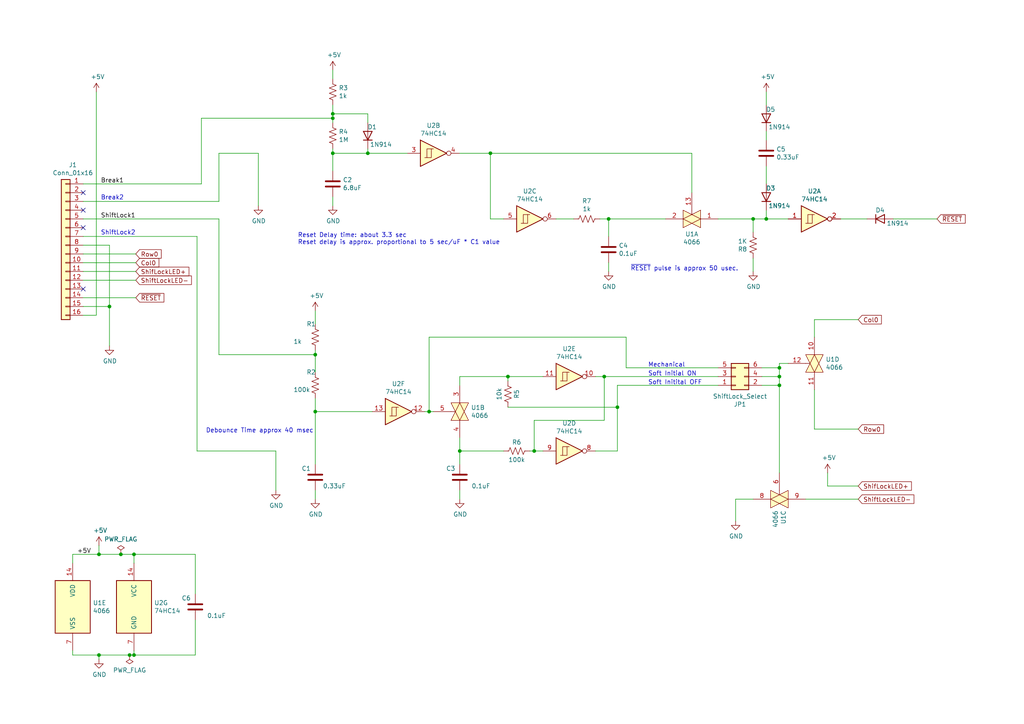
<source format=kicad_sch>
(kicad_sch (version 20211123) (generator eeschema)
  (paper "A4")
  (title_block (title "OSI ~RESET~ and SHIFTLOCK circuits") (date "2022-02-22") (rev "1.2"))
  (lib_symbols
    (symbol "4xxx:4066" (pin_names (offset 1.016))
      (property "Reference" "U" (at -7.62 8.89 0))
      (property "Value" "4066" (at -7.62 -8.89 0))
      (symbol "4066_1_0"
        (polyline (pts (xy 0 1.27) (xy 0 2.54)) (stroke (width 0.1524)))
        (polyline (pts (xy -2.54 0) (xy 2.54 2.54) (xy 2.54 -2.54) (xy -2.54 0)) (fill (type background)))
        (polyline (pts (xy -2.54 2.54) (xy 2.54 0) (xy -2.54 -2.54) (xy -2.54 2.54)) (fill (type background)))
        (pin passive line (at -7.62 0 0) (length 5.08) (name "~") (number "1"))
        (pin input line (at 0 7.62 270) (length 5.08) (name "~") (number "13"))
        (pin passive line (at 7.62 0 180) (length 5.08) (name "~") (number "2"))
      )
      (symbol "4066_2_0"
        (polyline (pts (xy 0 1.27) (xy 0 2.54)) (stroke (width 0.1524)))
        (polyline (pts (xy -2.54 0) (xy 2.54 2.54) (xy 2.54 -2.54) (xy -2.54 0)) (fill (type background)))
        (polyline (pts (xy -2.54 2.54) (xy 2.54 0) (xy -2.54 -2.54) (xy -2.54 2.54)) (fill (type background)))
        (pin passive line (at 7.62 0 180) (length 5.08) (name "~") (number "3"))
        (pin passive line (at -7.62 0 0) (length 5.08) (name "~") (number "4"))
        (pin input line (at 0 7.62 270) (length 5.08) (name "~") (number "5"))
      )
      (symbol "4066_3_0"
        (polyline (pts (xy 0 1.27) (xy 0 2.54)) (stroke (width 0.1524)))
        (polyline (pts (xy -2.54 0) (xy 2.54 2.54) (xy 2.54 -2.54) (xy -2.54 0)) (fill (type background)))
        (polyline (pts (xy -2.54 2.54) (xy 2.54 0) (xy -2.54 -2.54) (xy -2.54 2.54)) (fill (type background)))
        (pin input line (at 0 7.62 270) (length 5.08) (name "~") (number "6"))
        (pin passive line (at -7.62 0 0) (length 5.08) (name "~") (number "8"))
        (pin passive line (at 7.62 0 180) (length 5.08) (name "~") (number "9"))
      )
      (symbol "4066_4_0"
        (polyline (pts (xy 0 1.27) (xy 0 2.54)) (stroke (width 0.1524)))
        (polyline (pts (xy -2.54 0) (xy 2.54 2.54) (xy 2.54 -2.54) (xy -2.54 0)) (fill (type background)))
        (polyline (pts (xy -2.54 2.54) (xy 2.54 0) (xy -2.54 -2.54) (xy -2.54 2.54)) (fill (type background)))
        (pin passive line (at 7.62 0 180) (length 5.08) (name "~") (number "10"))
        (pin passive line (at -7.62 0 0) (length 5.08) (name "~") (number "11"))
        (pin input line (at 0 7.62 270) (length 5.08) (name "~") (number "12"))
      )
      (symbol "4066_5_0"
        (pin power_in line (at 0 12.7 270) (length 5.08) (name "VDD") (number "14"))
        (pin power_in line (at 0 -12.7 90) (length 5.08) (name "VSS") (number "7"))
      )
      (symbol "4066_5_1"
        (rectangle (start -5.08 7.62) (end 5.08 -7.62) (stroke (width 0.254)) (fill (type background)))
      )
    )
    (symbol "74xx:74HC14" (pin_names (offset 1.016))
      (property "Reference" "U" (at 0 1.27 0))
      (property "Value" "74HC14" (at 0 -1.27 0))
      (symbol "74HC14_1_0"
        (polyline (pts (xy -3.81 3.81) (xy -3.81 -3.81) (xy 3.81 0) (xy -3.81 3.81)) (stroke (width 0.254)) (fill (type background)))
        (pin input line (at -7.62 0 0) (length 3.81) (name "~") (number "1"))
        (pin output inverted (at 7.62 0 180) (length 3.81) (name "~") (number "2"))
      )
      (symbol "74HC14_1_1"
        (polyline (pts (xy -1.905 -1.27) (xy -1.905 1.27) (xy -0.635 1.27)))
        (polyline (pts (xy -2.54 -1.27) (xy -0.635 -1.27) (xy -0.635 1.27) (xy 0 1.27)))
      )
      (symbol "74HC14_2_0"
        (polyline (pts (xy -3.81 3.81) (xy -3.81 -3.81) (xy 3.81 0) (xy -3.81 3.81)) (stroke (width 0.254)) (fill (type background)))
        (pin input line (at -7.62 0 0) (length 3.81) (name "~") (number "3"))
        (pin output inverted (at 7.62 0 180) (length 3.81) (name "~") (number "4"))
      )
      (symbol "74HC14_2_1"
        (polyline (pts (xy -1.905 -1.27) (xy -1.905 1.27) (xy -0.635 1.27)))
        (polyline (pts (xy -2.54 -1.27) (xy -0.635 -1.27) (xy -0.635 1.27) (xy 0 1.27)))
      )
      (symbol "74HC14_3_0"
        (polyline (pts (xy -3.81 3.81) (xy -3.81 -3.81) (xy 3.81 0) (xy -3.81 3.81)) (stroke (width 0.254)) (fill (type background)))
        (pin input line (at -7.62 0 0) (length 3.81) (name "~") (number "5"))
        (pin output inverted (at 7.62 0 180) (length 3.81) (name "~") (number "6"))
      )
      (symbol "74HC14_3_1"
        (polyline (pts (xy -1.905 -1.27) (xy -1.905 1.27) (xy -0.635 1.27)))
        (polyline (pts (xy -2.54 -1.27) (xy -0.635 -1.27) (xy -0.635 1.27) (xy 0 1.27)))
      )
      (symbol "74HC14_4_0"
        (polyline (pts (xy -3.81 3.81) (xy -3.81 -3.81) (xy 3.81 0) (xy -3.81 3.81)) (stroke (width 0.254)) (fill (type background)))
        (pin output inverted (at 7.62 0 180) (length 3.81) (name "~") (number "8"))
        (pin input line (at -7.62 0 0) (length 3.81) (name "~") (number "9"))
      )
      (symbol "74HC14_4_1"
        (polyline (pts (xy -1.905 -1.27) (xy -1.905 1.27) (xy -0.635 1.27)))
        (polyline (pts (xy -2.54 -1.27) (xy -0.635 -1.27) (xy -0.635 1.27) (xy 0 1.27)))
      )
      (symbol "74HC14_5_0"
        (polyline (pts (xy -3.81 3.81) (xy -3.81 -3.81) (xy 3.81 0) (xy -3.81 3.81)) (stroke (width 0.254)) (fill (type background)))
        (pin output inverted (at 7.62 0 180) (length 3.81) (name "~") (number "10"))
        (pin input line (at -7.62 0 0) (length 3.81) (name "~") (number "11"))
      )
      (symbol "74HC14_5_1"
        (polyline (pts (xy -1.905 -1.27) (xy -1.905 1.27) (xy -0.635 1.27)))
        (polyline (pts (xy -2.54 -1.27) (xy -0.635 -1.27) (xy -0.635 1.27) (xy 0 1.27)))
      )
      (symbol "74HC14_6_0"
        (polyline (pts (xy -3.81 3.81) (xy -3.81 -3.81) (xy 3.81 0) (xy -3.81 3.81)) (stroke (width 0.254)) (fill (type background)))
        (pin output inverted (at 7.62 0 180) (length 3.81) (name "~") (number "12"))
        (pin input line (at -7.62 0 0) (length 3.81) (name "~") (number "13"))
      )
      (symbol "74HC14_6_1"
        (polyline (pts (xy -1.905 -1.27) (xy -1.905 1.27) (xy -0.635 1.27)))
        (polyline (pts (xy -2.54 -1.27) (xy -0.635 -1.27) (xy -0.635 1.27) (xy 0 1.27)))
      )
      (symbol "74HC14_7_0"
        (pin power_in line (at 0 12.7 270) (length 5.08) (name "VCC") (number "14"))
        (pin power_in line (at 0 -12.7 90) (length 5.08) (name "GND") (number "7"))
      )
      (symbol "74HC14_7_1"
        (rectangle (start -5.08 7.62) (end 5.08 -7.62) (stroke (width 0.254)) (fill (type background)))
      )
    )
    (symbol "74xx:74LS14" (pin_names (offset 1.016))
      (property "Reference" "U" (at 0 1.27 0))
      (property "Value" "74LS14" (at 0 -1.27 0))
      (symbol "74LS14_1_0"
        (polyline (pts (xy -3.81 3.81) (xy -3.81 -3.81) (xy 3.81 0) (xy -3.81 3.81)) (stroke (width 0.254)) (fill (type background)))
        (pin input line (at -7.62 0 0) (length 3.81) (name "~") (number "1"))
        (pin output inverted (at 7.62 0 180) (length 3.81) (name "~") (number "2"))
      )
      (symbol "74LS14_1_1"
        (polyline (pts (xy -1.905 -1.27) (xy -1.905 1.27) (xy -0.635 1.27)))
        (polyline (pts (xy -2.54 -1.27) (xy -0.635 -1.27) (xy -0.635 1.27) (xy 0 1.27)))
      )
      (symbol "74LS14_2_0"
        (polyline (pts (xy -3.81 3.81) (xy -3.81 -3.81) (xy 3.81 0) (xy -3.81 3.81)) (stroke (width 0.254)) (fill (type background)))
        (pin input line (at -7.62 0 0) (length 3.81) (name "~") (number "3"))
        (pin output inverted (at 7.62 0 180) (length 3.81) (name "~") (number "4"))
      )
      (symbol "74LS14_2_1"
        (polyline (pts (xy -1.905 -1.27) (xy -1.905 1.27) (xy -0.635 1.27)))
        (polyline (pts (xy -2.54 -1.27) (xy -0.635 -1.27) (xy -0.635 1.27) (xy 0 1.27)))
      )
      (symbol "74LS14_3_0"
        (polyline (pts (xy -3.81 3.81) (xy -3.81 -3.81) (xy 3.81 0) (xy -3.81 3.81)) (stroke (width 0.254)) (fill (type background)))
        (pin input line (at -7.62 0 0) (length 3.81) (name "~") (number "5"))
        (pin output inverted (at 7.62 0 180) (length 3.81) (name "~") (number "6"))
      )
      (symbol "74LS14_3_1"
        (polyline (pts (xy -1.905 -1.27) (xy -1.905 1.27) (xy -0.635 1.27)))
        (polyline (pts (xy -2.54 -1.27) (xy -0.635 -1.27) (xy -0.635 1.27) (xy 0 1.27)))
      )
      (symbol "74LS14_4_0"
        (polyline (pts (xy -3.81 3.81) (xy -3.81 -3.81) (xy 3.81 0) (xy -3.81 3.81)) (stroke (width 0.254)) (fill (type background)))
        (pin output inverted (at 7.62 0 180) (length 3.81) (name "~") (number "8"))
        (pin input line (at -7.62 0 0) (length 3.81) (name "~") (number "9"))
      )
      (symbol "74LS14_4_1"
        (polyline (pts (xy -1.905 -1.27) (xy -1.905 1.27) (xy -0.635 1.27)))
        (polyline (pts (xy -2.54 -1.27) (xy -0.635 -1.27) (xy -0.635 1.27) (xy 0 1.27)))
      )
      (symbol "74LS14_5_0"
        (polyline (pts (xy -3.81 3.81) (xy -3.81 -3.81) (xy 3.81 0) (xy -3.81 3.81)) (stroke (width 0.254)) (fill (type background)))
        (pin output inverted (at 7.62 0 180) (length 3.81) (name "~") (number "10"))
        (pin input line (at -7.62 0 0) (length 3.81) (name "~") (number "11"))
      )
      (symbol "74LS14_5_1"
        (polyline (pts (xy -1.905 -1.27) (xy -1.905 1.27) (xy -0.635 1.27)))
        (polyline (pts (xy -2.54 -1.27) (xy -0.635 -1.27) (xy -0.635 1.27) (xy 0 1.27)))
      )
      (symbol "74LS14_6_0"
        (polyline (pts (xy -3.81 3.81) (xy -3.81 -3.81) (xy 3.81 0) (xy -3.81 3.81)) (stroke (width 0.254)) (fill (type background)))
        (pin output inverted (at 7.62 0 180) (length 3.81) (name "~") (number "12"))
        (pin input line (at -7.62 0 0) (length 3.81) (name "~") (number "13"))
      )
      (symbol "74LS14_6_1"
        (polyline (pts (xy -1.905 -1.27) (xy -1.905 1.27) (xy -0.635 1.27)))
        (polyline (pts (xy -2.54 -1.27) (xy -0.635 -1.27) (xy -0.635 1.27) (xy 0 1.27)))
      )
      (symbol "74LS14_7_0"
        (pin power_in line (at 0 12.7 270) (length 5.08) (name "VCC") (number "14"))
        (pin power_in line (at 0 -12.7 90) (length 5.08) (name "GND") (number "7"))
      )
      (symbol "74LS14_7_1"
        (rectangle (start -5.08 7.62) (end 5.08 -7.62) (stroke (width 0.254)) (fill (type background)))
      )
    )
    (symbol "Connector_Generic:Conn_01x16" (pin_names (offset 1.016) hide)
      (property "Reference" "J" (at 0 20.32 0))
      (property "Value" "Conn_01x16" (at 0 -22.86 0))
      (symbol "Conn_01x16_1_1"
        (rectangle (start -1.27 -20.193) (end 0 -20.447) (stroke (width 0.1524)))
        (rectangle (start -1.27 -17.653) (end 0 -17.907) (stroke (width 0.1524)))
        (rectangle (start -1.27 -15.113) (end 0 -15.367) (stroke (width 0.1524)))
        (rectangle (start -1.27 -12.573) (end 0 -12.827) (stroke (width 0.1524)))
        (rectangle (start -1.27 -10.033) (end 0 -10.287) (stroke (width 0.1524)))
        (rectangle (start -1.27 -7.493) (end 0 -7.747) (stroke (width 0.1524)))
        (rectangle (start -1.27 -4.953) (end 0 -5.207) (stroke (width 0.1524)))
        (rectangle (start -1.27 -2.413) (end 0 -2.667) (stroke (width 0.1524)))
        (rectangle (start -1.27 0.127) (end 0 -0.127) (stroke (width 0.1524)))
        (rectangle (start -1.27 2.667) (end 0 2.413) (stroke (width 0.1524)))
        (rectangle (start -1.27 5.207) (end 0 4.953) (stroke (width 0.1524)))
        (rectangle (start -1.27 7.747) (end 0 7.493) (stroke (width 0.1524)))
        (rectangle (start -1.27 10.287) (end 0 10.033) (stroke (width 0.1524)))
        (rectangle (start -1.27 12.827) (end 0 12.573) (stroke (width 0.1524)))
        (rectangle (start -1.27 15.367) (end 0 15.113) (stroke (width 0.1524)))
        (rectangle (start -1.27 17.907) (end 0 17.653) (stroke (width 0.1524)))
        (rectangle (start -1.27 19.05) (end 1.27 -21.59) (stroke (width 0.254)) (fill (type background)))
        (pin passive line (at -5.08 17.78 0) (length 3.81) (name "Pin_1") (number "1"))
        (pin passive line (at -5.08 -5.08 0) (length 3.81) (name "Pin_10") (number "10"))
        (pin passive line (at -5.08 -7.62 0) (length 3.81) (name "Pin_11") (number "11"))
        (pin passive line (at -5.08 -10.16 0) (length 3.81) (name "Pin_12") (number "12"))
        (pin passive line (at -5.08 -12.7 0) (length 3.81) (name "Pin_13") (number "13"))
        (pin passive line (at -5.08 -15.24 0) (length 3.81) (name "Pin_14") (number "14"))
        (pin passive line (at -5.08 -17.78 0) (length 3.81) (name "Pin_15") (number "15"))
        (pin passive line (at -5.08 -20.32 0) (length 3.81) (name "Pin_16") (number "16"))
        (pin passive line (at -5.08 15.24 0) (length 3.81) (name "Pin_2") (number "2"))
        (pin passive line (at -5.08 12.7 0) (length 3.81) (name "Pin_3") (number "3"))
        (pin passive line (at -5.08 10.16 0) (length 3.81) (name "Pin_4") (number "4"))
        (pin passive line (at -5.08 7.62 0) (length 3.81) (name "Pin_5") (number "5"))
        (pin passive line (at -5.08 5.08 0) (length 3.81) (name "Pin_6") (number "6"))
        (pin passive line (at -5.08 2.54 0) (length 3.81) (name "Pin_7") (number "7"))
        (pin passive line (at -5.08 0 0) (length 3.81) (name "Pin_8") (number "8"))
        (pin passive line (at -5.08 -2.54 0) (length 3.81) (name "Pin_9") (number "9"))
      )
    )
    (symbol "Connector_Generic:Conn_02x03_Odd_Even" (pin_names (offset 1.016) hide)
      (property "Reference" "J" (at 1.27 5.08 0))
      (property "Value" "Conn_02x03_Odd_Even" (at 1.27 -5.08 0))
      (symbol "Conn_02x03_Odd_Even_1_1"
        (rectangle (start -1.27 -2.413) (end 0 -2.667) (stroke (width 0.1524)))
        (rectangle (start -1.27 0.127) (end 0 -0.127) (stroke (width 0.1524)))
        (rectangle (start -1.27 2.667) (end 0 2.413) (stroke (width 0.1524)))
        (rectangle (start -1.27 3.81) (end 3.81 -3.81) (stroke (width 0.254)) (fill (type background)))
        (rectangle (start 3.81 -2.413) (end 2.54 -2.667) (stroke (width 0.1524)))
        (rectangle (start 3.81 0.127) (end 2.54 -0.127) (stroke (width 0.1524)))
        (rectangle (start 3.81 2.667) (end 2.54 2.413) (stroke (width 0.1524)))
        (pin passive line (at -5.08 2.54 0) (length 3.81) (name "Pin_1") (number "1"))
        (pin passive line (at 7.62 2.54 180) (length 3.81) (name "Pin_2") (number "2"))
        (pin passive line (at -5.08 0 0) (length 3.81) (name "Pin_3") (number "3"))
        (pin passive line (at 7.62 0 180) (length 3.81) (name "Pin_4") (number "4"))
        (pin passive line (at -5.08 -2.54 0) (length 3.81) (name "Pin_5") (number "5"))
        (pin passive line (at 7.62 -2.54 180) (length 3.81) (name "Pin_6") (number "6"))
      )
    )
    (symbol "Device:C" (pin_numbers hide) (pin_names (offset 0.254))
      (property "Reference" "C" (at 0.635 2.54 0))
      (property "Value" "C" (at 0.635 -2.54 0))
      (symbol "C_0_1"
        (polyline (pts (xy -2.032 -0.762) (xy 2.032 -0.762)) (stroke (width 0.508)))
        (polyline (pts (xy -2.032 0.762) (xy 2.032 0.762)) (stroke (width 0.508)))
      )
      (symbol "C_1_1"
        (pin passive line (at 0 3.81 270) (length 2.794) (name "~") (number "1"))
        (pin passive line (at 0 -3.81 90) (length 2.794) (name "~") (number "2"))
      )
    )
    (symbol "Device:R_US" (pin_numbers hide) (pin_names (offset 0))
      (property "Reference" "R" (at 2.54 0 90))
      (property "Value" "R_US" (at -2.54 0 90))
      (symbol "R_US_0_1"
        (polyline (pts (xy 0 -2.286) (xy 0 -2.54)))
        (polyline (pts (xy 0 2.286) (xy 0 2.54)))
        (polyline (pts (xy 0 -0.762) (xy 1.016 -1.143) (xy 0 -1.524) (xy -1.016 -1.905) (xy 0 -2.286)))
        (polyline (pts (xy 0 0.762) (xy 1.016 0.381) (xy 0 0) (xy -1.016 -0.381) (xy 0 -0.762)))
        (polyline (pts (xy 0 2.286) (xy 1.016 1.905) (xy 0 1.524) (xy -1.016 1.143) (xy 0 0.762)))
      )
      (symbol "R_US_1_1"
        (pin passive line (at 0 3.81 270) (length 1.27) (name "~") (number "1"))
        (pin passive line (at 0 -3.81 90) (length 1.27) (name "~") (number "2"))
      )
    )
    (symbol "Diode:1N914" (pin_numbers hide) (pin_names (offset 1.016) hide)
      (property "Reference" "D" (at 0 2.54 0))
      (property "Value" "1N914" (at 0 -2.54 0))
      (symbol "1N914_0_1"
        (polyline (pts (xy -1.27 1.27) (xy -1.27 -1.27)) (stroke (width 0.254)))
        (polyline (pts (xy 1.27 0) (xy -1.27 0)))
        (polyline (pts (xy 1.27 1.27) (xy 1.27 -1.27) (xy -1.27 0) (xy 1.27 1.27)) (stroke (width 0.254)))
      )
      (symbol "1N914_1_1"
        (pin passive line (at -3.81 0 0) (length 2.54) (name "K") (number "1"))
        (pin passive line (at 3.81 0 180) (length 2.54) (name "A") (number "2"))
      )
    )
    (symbol "power:+5V" (power) (pin_names (offset 0))
      (property "Value" "+5V" (at 0 3.556 0))
      (symbol "+5V_0_1"
        (polyline (pts (xy -0.762 1.27) (xy 0 2.54)))
        (polyline (pts (xy 0 0) (xy 0 2.54)))
        (polyline (pts (xy 0 2.54) (xy 0.762 1.27)))
      )
      (symbol "+5V_1_1"
        (pin power_in line (at 0 0 90) (length 0) hide (name "+5V") (number "1"))
      )
    )
    (symbol "power:GND" (power) (pin_names (offset 0))
      (property "Value" "GND" (at 0 -3.81 0))
      (symbol "GND_0_1"
        (polyline (pts (xy 0 0) (xy 0 -1.27) (xy 1.27 -1.27) (xy 0 -2.54) (xy -1.27 -1.27) (xy 0 -1.27)))
      )
      (symbol "GND_1_1"
        (pin power_in line (at 0 0 270) (length 0) hide (name "GND") (number "1"))
      )
    )
    (symbol "power:PWR_FLAG" (power) (pin_numbers hide) (pin_names (offset 0) hide)
      (property "Value" "PWR_FLAG" (at 0 3.81 0))
      (symbol "PWR_FLAG_0_0"
        (pin power_out line (at 0 0 90) (length 0) (name "pwr") (number "1"))
      )
      (symbol "PWR_FLAG_0_1"
        (polyline (pts (xy 0 0) (xy 0 1.27) (xy -1.016 1.905) (xy 0 2.54) (xy 1.016 1.905) (xy 0 1.27)))
      )
    )
  )
  (junction (at 31.75 88.9))
  (junction (at 38.862 160.782))
  (junction (at 35.052 160.782))
  (junction (at 147.32 109.22))
  (junction (at 28.702 160.782))
  (junction (at 226.06 109.22))
  (junction (at 91.44 119.38))
  (junction (at 176.53 63.5))
  (junction (at 96.52 44.45))
  (junction (at 124.46 119.38))
  (junction (at 28.702 189.992))
  (junction (at 37.592 189.992))
  (junction (at 133.35 130.81))
  (junction (at 91.44 102.87))
  (junction (at 38.862 189.992))
  (junction (at 175.26 109.22))
  (junction (at 218.44 63.5))
  (junction (at 226.06 106.68))
  (junction (at 226.06 111.76))
  (junction (at 154.94 130.81))
  (junction (at 179.07 118.11))
  (junction (at 106.68 44.45))
  (junction (at 96.52 34.29))
  (junction (at 142.24 44.45))
  (junction (at 222.25 63.5))
  (junction (at 96.52 33.02))
  (no_connect (at 24.13 66.04))
  (no_connect (at 24.13 55.88))
  (no_connect (at 24.13 60.96))
  (no_connect (at 24.13 83.82))
  (wire (pts (xy 106.68 35.56) (xy 106.68 33.02)))
  (wire (pts (xy 63.5 58.42) (xy 24.13 58.42)))
  (wire (pts (xy 39.37 76.2) (xy 24.13 76.2)))
  (wire (pts (xy 226.06 109.22) (xy 220.98 109.22)))
  (wire (pts (xy 222.25 40.64) (xy 222.25 38.1)))
  (wire (pts (xy 236.22 113.03) (xy 236.22 124.46)))
  (wire (pts (xy 226.06 105.41) (xy 226.06 106.68)))
  (wire (pts (xy 226.06 105.41) (xy 228.6 105.41)))
  (wire (pts (xy 124.46 119.38) (xy 124.46 97.79)))
  (wire (pts (xy 28.702 189.992) (xy 37.592 189.992)))
  (wire (pts (xy 31.75 88.9) (xy 31.75 100.33)))
  (wire (pts (xy 58.42 34.29) (xy 96.52 34.29)))
  (wire (pts (xy 38.862 160.782) (xy 38.862 163.322)))
  (wire (pts (xy 154.94 130.81) (xy 157.48 130.81)))
  (wire (pts (xy 24.13 68.58) (xy 57.15 68.58)))
  (wire (pts (xy 175.26 121.92) (xy 175.26 109.22)))
  (wire (pts (xy 39.37 78.74) (xy 24.13 78.74)))
  (wire (pts (xy 208.28 63.5) (xy 218.44 63.5)))
  (wire (pts (xy 179.07 111.76) (xy 208.28 111.76)))
  (wire (pts (xy 226.06 111.76) (xy 226.06 137.16)))
  (wire (pts (xy 236.22 92.71) (xy 248.92 92.71)))
  (wire (pts (xy 233.68 144.78) (xy 248.92 144.78)))
  (wire (pts (xy 91.44 102.87) (xy 91.44 101.6)))
  (wire (pts (xy 240.03 140.97) (xy 248.92 140.97)))
  (wire (pts (xy 142.24 44.45) (xy 200.66 44.45)))
  (wire (pts (xy 208.28 109.22) (xy 175.26 109.22)))
  (wire (pts (xy 96.52 43.18) (xy 96.52 44.45)))
  (wire (pts (xy 222.25 53.34) (xy 222.25 48.26)))
  (wire (pts (xy 21.082 163.322) (xy 21.082 160.782)))
  (wire (pts (xy 28.702 160.782) (xy 35.052 160.782)))
  (wire (pts (xy 176.53 63.5) (xy 193.04 63.5)))
  (wire (pts (xy 157.48 109.22) (xy 147.32 109.22)))
  (wire (pts (xy 106.68 44.45) (xy 96.52 44.45)))
  (wire (pts (xy 222.25 63.5) (xy 222.25 60.96)))
  (wire (pts (xy 35.052 160.782) (xy 38.862 160.782)))
  (wire (pts (xy 236.22 97.79) (xy 236.22 92.71)))
  (wire (pts (xy 213.36 144.78) (xy 218.44 144.78)))
  (wire (pts (xy 146.05 63.5) (xy 142.24 63.5)))
  (wire (pts (xy 133.35 142.24) (xy 133.35 144.78)))
  (wire (pts (xy 240.03 137.16) (xy 240.03 140.97)))
  (wire (pts (xy 96.52 44.45) (xy 96.52 49.53)))
  (wire (pts (xy 133.35 44.45) (xy 142.24 44.45)))
  (wire (pts (xy 96.52 33.02) (xy 96.52 34.29)))
  (wire (pts (xy 236.22 124.46) (xy 248.92 124.46)))
  (wire (pts (xy 58.42 53.34) (xy 58.42 34.29)))
  (wire (pts (xy 271.78 63.5) (xy 259.08 63.5)))
  (wire (pts (xy 91.44 93.98) (xy 91.44 90.17)))
  (wire (pts (xy 63.5 44.45) (xy 63.5 58.42)))
  (wire (pts (xy 96.52 33.02) (xy 106.68 33.02)))
  (wire (pts (xy 124.46 97.79) (xy 181.61 97.79)))
  (wire (pts (xy 57.15 68.58) (xy 57.15 130.81)))
  (wire (pts (xy 91.44 119.38) (xy 107.95 119.38)))
  (wire (pts (xy 176.53 78.74) (xy 176.53 76.2)))
  (wire (pts (xy 153.67 130.81) (xy 154.94 130.81)))
  (wire (pts (xy 218.44 67.31) (xy 218.44 63.5)))
  (wire (pts (xy 21.082 189.992) (xy 21.082 188.722)))
  (wire (pts (xy 222.25 63.5) (xy 228.6 63.5)))
  (wire (pts (xy 218.44 63.5) (xy 222.25 63.5)))
  (wire (pts (xy 222.25 30.48) (xy 222.25 26.67)))
  (wire (pts (xy 147.32 109.22) (xy 147.32 110.49)))
  (wire (pts (xy 91.44 144.78) (xy 91.44 142.24)))
  (wire (pts (xy 179.07 118.11) (xy 179.07 111.76)))
  (wire (pts (xy 218.44 74.93) (xy 218.44 78.74)))
  (wire (pts (xy 28.702 191.262) (xy 28.702 189.992)))
  (wire (pts (xy 200.66 44.45) (xy 200.66 55.88)))
  (wire (pts (xy 80.01 130.81) (xy 80.01 142.24)))
  (wire (pts (xy 181.61 106.68) (xy 208.28 106.68)))
  (wire (pts (xy 220.98 106.68) (xy 226.06 106.68)))
  (wire (pts (xy 74.93 44.45) (xy 74.93 59.69)))
  (wire (pts (xy 27.94 26.67) (xy 27.94 91.44)))
  (wire (pts (xy 56.642 160.782) (xy 56.642 172.212)))
  (wire (pts (xy 154.94 121.92) (xy 175.26 121.92)))
  (wire (pts (xy 21.082 189.992) (xy 28.702 189.992)))
  (wire (pts (xy 147.32 118.11) (xy 179.07 118.11)))
  (wire (pts (xy 56.642 179.832) (xy 56.642 189.992)))
  (wire (pts (xy 63.5 102.87) (xy 91.44 102.87)))
  (wire (pts (xy 226.06 109.22) (xy 226.06 111.76)))
  (wire (pts (xy 63.5 44.45) (xy 74.93 44.45)))
  (wire (pts (xy 96.52 34.29) (xy 96.52 35.56)))
  (wire (pts (xy 133.35 109.22) (xy 147.32 109.22)))
  (wire (pts (xy 213.36 144.78) (xy 213.36 151.13)))
  (wire (pts (xy 37.592 189.992) (xy 38.862 189.992)))
  (wire (pts (xy 91.44 119.38) (xy 91.44 134.62)))
  (wire (pts (xy 24.13 73.66) (xy 39.37 73.66)))
  (wire (pts (xy 133.35 130.81) (xy 133.35 134.62)))
  (wire (pts (xy 179.07 130.81) (xy 172.72 130.81)))
  (wire (pts (xy 96.52 59.69) (xy 96.52 57.15)))
  (wire (pts (xy 226.06 106.68) (xy 226.06 109.22)))
  (wire (pts (xy 24.13 71.12) (xy 31.75 71.12)))
  (wire (pts (xy 179.07 118.11) (xy 179.07 130.81)))
  (wire (pts (xy 106.68 43.18) (xy 106.68 44.45)))
  (wire (pts (xy 91.44 119.38) (xy 91.44 115.57)))
  (wire (pts (xy 24.13 53.34) (xy 58.42 53.34)))
  (wire (pts (xy 146.05 130.81) (xy 133.35 130.81)))
  (wire (pts (xy 28.702 158.242) (xy 28.702 160.782)))
  (wire (pts (xy 31.75 71.12) (xy 31.75 88.9)))
  (wire (pts (xy 38.862 188.722) (xy 38.862 189.992)))
  (wire (pts (xy 39.37 81.28) (xy 24.13 81.28)))
  (wire (pts (xy 175.26 109.22) (xy 172.72 109.22)))
  (wire (pts (xy 142.24 63.5) (xy 142.24 44.45)))
  (wire (pts (xy 38.862 160.782) (xy 56.642 160.782)))
  (wire (pts (xy 123.19 119.38) (xy 124.46 119.38)))
  (wire (pts (xy 220.98 111.76) (xy 226.06 111.76)))
  (wire (pts (xy 24.13 88.9) (xy 31.75 88.9)))
  (wire (pts (xy 118.11 44.45) (xy 106.68 44.45)))
  (wire (pts (xy 96.52 20.32) (xy 96.52 22.86)))
  (wire (pts (xy 24.13 91.44) (xy 27.94 91.44)))
  (wire (pts (xy 166.37 63.5) (xy 161.29 63.5)))
  (wire (pts (xy 96.52 30.48) (xy 96.52 33.02)))
  (wire (pts (xy 133.35 130.81) (xy 133.35 127)))
  (wire (pts (xy 124.46 119.38) (xy 125.73 119.38)))
  (wire (pts (xy 133.35 111.76) (xy 133.35 109.22)))
  (wire (pts (xy 63.5 63.5) (xy 63.5 102.87)))
  (wire (pts (xy 176.53 63.5) (xy 176.53 68.58)))
  (wire (pts (xy 181.61 97.79) (xy 181.61 106.68)))
  (wire (pts (xy 91.44 102.87) (xy 91.44 107.95)))
  (wire (pts (xy 251.46 63.5) (xy 243.84 63.5)))
  (wire (pts (xy 39.37 86.36) (xy 24.13 86.36)))
  (wire (pts (xy 21.082 160.782) (xy 28.702 160.782)))
  (wire (pts (xy 176.53 63.5) (xy 173.99 63.5)))
  (wire (pts (xy 154.94 130.81) (xy 154.94 121.92)))
  (wire (pts (xy 57.15 130.81) (xy 80.01 130.81)))
  (wire (pts (xy 24.13 63.5) (xy 63.5 63.5)))
  (wire (pts (xy 56.642 189.992) (xy 38.862 189.992)))
  (text "Mechanical" (at 187.96 106.68 0) (effects (font (size 1.27 1.27)) (justify left bottom)))
  (text "Soft Initital OFF" (at 187.96 111.76 0) (effects (font (size 1.27 1.27)) (justify left bottom)))
  (text "Break2" (at 29.21 58.166 0) (effects (font (size 1.27 1.27)) (justify left bottom)))
  (text "Reset Delay time: about 3.3 sec\nReset delay is approx. proportional to 5 sec/uF * C1 value" (at 86.36 71.12 0) (effects (font (size 1.27 1.27)) (justify left bottom)))
  (text "Debounce Time approx 40 msec" (at 59.69 125.73 0) (effects (font (size 1.27 1.27)) (justify left bottom)))
  (text "~{RESET} pulse is approx 50 usec." (at 182.88 78.74 0) (effects (font (size 1.27 1.27)) (justify left bottom)))
  (text "Soft Initial ON" (at 187.96 109.22 0) (effects (font (size 1.27 1.27)) (justify left bottom)))
  (text "ShiftLock2" (at 29.21 68.326 0) (effects (font (size 1.27 1.27)) (justify left bottom)))
  (label "ShiftLock1" (at 29.21 63.5 0))
  (label "+5V" (at 22.352 160.782 0))
  (label "Break1" (at 29.21 53.34 0))
  (global_label "~{RESET}" (shape input) (at 271.78 63.5 0) (property "Intersheet References" "${INTERSHEET_REFS}" (effects hide)))
  (global_label "ShiftLockLED-" (shape input) (at 248.92 144.78 0) (property "Intersheet References" "${INTERSHEET_REFS}" (effects hide)))
  (global_label "ShifLockLED+" (shape input) (at 39.37 78.74 0) (property "Intersheet References" "${INTERSHEET_REFS}" (effects hide)))
  (global_label "Row0" (shape input) (at 248.92 124.46 0) (property "Intersheet References" "${INTERSHEET_REFS}" (effects hide)))
  (global_label "ShifLockLED+" (shape input) (at 248.92 140.97 0) (property "Intersheet References" "${INTERSHEET_REFS}" (effects hide)))
  (global_label "Row0" (shape input) (at 39.37 73.66 0) (property "Intersheet References" "${INTERSHEET_REFS}" (effects hide)))
  (global_label "~{RESET}" (shape input) (at 39.37 86.36 0) (property "Intersheet References" "${INTERSHEET_REFS}" (effects hide)))
  (global_label "ShiftLockLED-" (shape input) (at 39.37 81.28 0) (property "Intersheet References" "${INTERSHEET_REFS}" (effects hide)))
  (global_label "Col0" (shape input) (at 248.92 92.71 0) (property "Intersheet References" "${INTERSHEET_REFS}" (effects hide)))
  (global_label "Col0" (shape input) (at 39.37 76.2 0) (property "Intersheet References" "${INTERSHEET_REFS}" (effects hide)))
  (symbol (lib_id "4xxx:4066") (at 226.06 144.78 0) (unit 3)
    (property "Reference" "U1" (at 227.2284 148.0312 90) (effects (justify right)))
    (property "Value" "4066" (at 224.917 148.0312 90) (effects (justify right)))
    (property "Footprint" "Package_DIP:DIP-14_W7.62mm" (effects hide))
    (property "Datasheet" "http://www.ti.com/lit/ds/symlink/cd4066b.pdf" (effects hide))
  )
  (symbol (lib_id "power:GND") (at 213.36 151.13 0) (unit 1)
    (property "Reference" "#PWR013" (effects hide))
    (property "Value" "GND" (at 213.487 155.5242 0))
  )
  (symbol (lib_id "Diode:1N914") (at 222.25 34.29 90) (unit 1)
    (property "Reference" "D5" (at 223.52 31.75 90))
    (property "Value" "1N914" (at 226.06 36.83 90))
    (property "Footprint" "Diode_THT:D_DO-35_SOD27_P7.62mm_Horizontal" (effects hide))
    (property "Datasheet" "http://www.vishay.com/docs/85622/1n914.pdf" (effects hide))
  )
  (symbol (lib_id "Connector_Generic:Conn_02x03_Odd_Even") (at 213.36 109.22 0) (mirror x) (unit 1)
    (property "Reference" "JP1" (at 214.63 117.2718 0))
    (property "Value" "ShiftLock_Select" (at 214.63 114.9604 0))
    (property "Footprint" "Connector_PinHeader_2.54mm:PinHeader_2x03_P2.54mm_Vertical" (effects hide))
  )
  (symbol (lib_id "Diode:1N914") (at 255.27 63.5 0) (unit 1)
    (property "Reference" "D4" (at 255.27 60.96 0))
    (property "Value" "1N914" (at 260.35 64.77 0))
    (property "Footprint" "Diode_THT:D_DO-35_SOD27_P7.62mm_Horizontal" (effects hide))
    (property "Datasheet" "http://www.vishay.com/docs/85622/1n914.pdf" (effects hide))
  )
  (symbol (lib_id "Device:C") (at 56.642 176.022 180) (unit 1)
    (property "Reference" "C6" (at 55.372 173.482 0) (effects (justify left)))
    (property "Value" "0.1uF" (at 65.532 178.562 0) (effects (justify left)))
    (property "Footprint" "Capacitor_THT:C_Disc_D6.0mm_W2.5mm_P5.00mm" (effects hide))
  )
  (symbol (lib_id "74xx:74HC14") (at 125.73 44.45 0) (unit 2)
    (property "Reference" "U2" (at 125.73 36.3982 0))
    (property "Value" "74HC14" (at 125.73 38.7096 0))
    (property "Footprint" "Package_DIP:DIP-14_W7.62mm" (effects hide))
    (property "Datasheet" "http://www.ti.com/lit/gpn/sn74HC14" (effects hide))
  )
  (symbol (lib_id "74xx:74HC14") (at 236.22 63.5 0) (unit 1)
    (property "Reference" "U2" (at 236.22 55.4482 0))
    (property "Value" "74HC14" (at 236.22 57.7596 0))
    (property "Footprint" "Package_DIP:DIP-14_W7.62mm" (effects hide))
    (property "Datasheet" "http://www.ti.com/lit/gpn/sn74HC14" (effects hide))
  )
  (symbol (lib_id "74xx:74HC14") (at 153.67 63.5 0) (unit 3)
    (property "Reference" "U2" (at 153.67 55.4482 0))
    (property "Value" "74HC14" (at 153.67 57.7596 0))
    (property "Footprint" "Package_DIP:DIP-14_W7.62mm" (effects hide))
    (property "Datasheet" "http://www.ti.com/lit/gpn/sn74HC14" (effects hide))
  )
  (symbol (lib_id "74xx:74HC14") (at 165.1 130.81 0) (unit 4)
    (property "Reference" "U2" (at 165.1 122.7582 0))
    (property "Value" "74HC14" (at 165.1 125.0696 0))
    (property "Footprint" "Package_DIP:DIP-14_W7.62mm" (effects hide))
    (property "Datasheet" "http://www.ti.com/lit/gpn/sn74HC14" (effects hide))
  )
  (symbol (lib_id "74xx:74HC14") (at 165.1 109.22 0) (unit 5)
    (property "Reference" "U2" (at 165.1 101.1682 0))
    (property "Value" "74HC14" (at 165.1 103.4796 0))
    (property "Footprint" "Package_DIP:DIP-14_W7.62mm" (effects hide))
    (property "Datasheet" "http://www.ti.com/lit/gpn/sn74HC14" (effects hide))
  )
  (symbol (lib_id "74xx:74HC14") (at 115.57 119.38 0) (unit 6)
    (property "Reference" "U2" (at 115.57 111.3282 0))
    (property "Value" "74HC14" (at 115.57 113.6396 0))
    (property "Footprint" "Package_DIP:DIP-14_W7.62mm" (effects hide))
    (property "Datasheet" "http://www.ti.com/lit/gpn/sn74HC14" (effects hide))
  )
  (symbol (lib_id "Device:R_US") (at 149.86 130.81 90) (unit 1)
    (property "Reference" "R6" (at 149.86 128.27 90))
    (property "Value" "100k" (at 149.86 133.35 90))
    (property "Footprint" "Resistor_THT:R_Axial_DIN0207_L6.3mm_D2.5mm_P10.16mm_Horizontal" (effects hide))
  )
  (symbol (lib_id "Device:R_US") (at 147.32 114.3 0) (unit 1)
    (property "Reference" "R5" (at 149.86 114.3 90))
    (property "Value" "10k" (at 144.78 114.3 90))
    (property "Footprint" "Resistor_THT:R_Axial_DIN0207_L6.3mm_D2.5mm_P10.16mm_Horizontal" (effects hide))
  )
  (symbol (lib_id "power:GND") (at 133.35 144.78 0) (unit 1)
    (property "Reference" "#PWR011" (effects hide))
    (property "Value" "GND" (at 133.477 149.1742 0))
  )
  (symbol (lib_id "Device:C") (at 133.35 138.43 180) (unit 1)
    (property "Reference" "C3" (at 132.08 135.89 0) (effects (justify left)))
    (property "Value" "0.1uF" (at 142.24 140.97 0) (effects (justify left)))
    (property "Footprint" "Capacitor_THT:C_Disc_D6.0mm_W2.5mm_P5.00mm" (effects hide))
  )
  (symbol (lib_id "Device:R_US") (at 96.52 39.37 0) (unit 1)
    (property "Reference" "R4" (at 98.2472 38.2016 0) (effects (justify left)))
    (property "Value" "1M" (at 98.2472 40.513 0) (effects (justify left)))
    (property "Footprint" "Resistor_THT:R_Axial_DIN0207_L6.3mm_D2.5mm_P10.16mm_Horizontal" (effects hide))
  )
  (symbol (lib_id "Device:C") (at 96.52 53.34 0) (unit 1)
    (property "Reference" "C2" (at 99.441 52.1716 0) (effects (justify left)))
    (property "Value" "6.8uF" (at 99.441 54.483 0) (effects (justify left)))
    (property "Footprint" "Capacitor_THT:C_Disc_D6.0mm_W2.5mm_P5.00mm" (effects hide))
  )
  (symbol (lib_id "power:GND") (at 96.52 59.69 0) (unit 1)
    (property "Reference" "#PWR010" (effects hide))
    (property "Value" "GND" (at 96.647 64.0842 0))
  )
  (symbol (lib_id "4xxx:4066") (at 236.22 105.41 90) (unit 4)
    (property "Reference" "U1" (at 239.4712 104.2416 90) (effects (justify right)))
    (property "Value" "4066" (at 239.4712 106.553 90) (effects (justify right)))
    (property "Footprint" "Package_DIP:DIP-14_W7.62mm" (effects hide))
    (property "Datasheet" "http://www.ti.com/lit/ds/symlink/cd4066b.pdf" (effects hide))
  )
  (symbol (lib_id "4xxx:4066") (at 133.35 119.38 90) (unit 2)
    (property "Reference" "U1" (at 136.6012 118.2116 90) (effects (justify right)))
    (property "Value" "4066" (at 136.6012 120.523 90) (effects (justify right)))
    (property "Footprint" "Package_DIP:DIP-14_W7.62mm" (effects hide))
    (property "Datasheet" "http://www.ti.com/lit/ds/symlink/cd4066b.pdf" (effects hide))
  )
  (symbol (lib_id "4xxx:4066") (at 200.66 63.5 0) (mirror y) (unit 1)
    (property "Reference" "U1" (at 200.66 67.8942 0))
    (property "Value" "4066" (at 200.66 70.2056 0))
    (property "Footprint" "Package_DIP:DIP-14_W7.62mm" (effects hide))
    (property "Datasheet" "http://www.ti.com/lit/ds/symlink/cd4066b.pdf" (effects hide))
  )
  (symbol (lib_id "power:GND") (at 80.01 142.24 0) (unit 1)
    (property "Reference" "#PWR06" (effects hide))
    (property "Value" "GND" (at 80.137 146.6342 0))
  )
  (symbol (lib_id "Device:R_US") (at 91.44 111.76 0) (unit 1)
    (property "Reference" "R2" (at 88.9 107.95 0) (effects (justify left)))
    (property "Value" "100k" (at 85.09 113.03 0) (effects (justify left)))
    (property "Footprint" "Resistor_THT:R_Axial_DIN0207_L6.3mm_D2.5mm_P10.16mm_Horizontal" (effects hide))
  )
  (symbol (lib_id "power:+5V") (at 91.44 90.17 0) (unit 1)
    (property "Reference" "#PWR07" (effects hide))
    (property "Value" "+5V" (at 91.821 85.7758 0))
  )
  (symbol (lib_id "Device:C") (at 91.44 138.43 180) (unit 1)
    (property "Reference" "C1" (at 90.17 135.89 0) (effects (justify left)))
    (property "Value" "0.33uF" (at 100.33 140.97 0) (effects (justify left)))
    (property "Footprint" "Capacitor_THT:C_Disc_D6.0mm_W2.5mm_P5.00mm" (effects hide))
  )
  (symbol (lib_id "power:GND") (at 91.44 144.78 0) (unit 1)
    (property "Reference" "#PWR08" (effects hide))
    (property "Value" "GND" (at 91.567 149.1742 0))
  )
  (symbol (lib_id "power:+5V") (at 96.52 20.32 0) (unit 1)
    (property "Reference" "#PWR09" (effects hide))
    (property "Value" "+5V" (at 96.901 15.9258 0))
  )
  (symbol (lib_id "power:+5V") (at 240.03 137.16 0) (unit 1)
    (property "Reference" "#PWR014" (effects hide))
    (property "Value" "+5V" (at 240.411 132.7658 0))
  )
  (symbol (lib_id "Device:C") (at 176.53 72.39 0) (unit 1)
    (property "Reference" "C4" (at 179.451 71.2216 0) (effects (justify left)))
    (property "Value" "0.1uF" (at 179.451 73.533 0) (effects (justify left)))
    (property "Footprint" "Capacitor_THT:C_Disc_D6.0mm_W2.5mm_P5.00mm" (effects hide))
  )
  (symbol (lib_id "power:GND") (at 176.53 78.74 0) (unit 1)
    (property "Reference" "#PWR012" (effects hide))
    (property "Value" "GND" (at 176.657 83.1342 0))
  )
  (symbol (lib_id "Device:R_US") (at 170.18 63.5 270) (unit 1)
    (property "Reference" "R7" (at 170.18 58.293 90))
    (property "Value" "1k" (at 170.18 60.6044 90))
    (property "Footprint" "Resistor_THT:R_Axial_DIN0207_L6.3mm_D2.5mm_P10.16mm_Horizontal" (effects hide))
  )
  (symbol (lib_id "Device:R_US") (at 96.52 26.67 0) (unit 1)
    (property "Reference" "R3" (at 98.2472 25.5016 0) (effects (justify left)))
    (property "Value" "1k" (at 98.2472 27.813 0) (effects (justify left)))
    (property "Footprint" "Resistor_THT:R_Axial_DIN0207_L6.3mm_D2.5mm_P10.16mm_Horizontal" (effects hide))
  )
  (symbol (lib_id "Device:R_US") (at 218.44 71.12 180) (unit 1)
    (property "Reference" "R8" (at 216.7128 72.2884 0) (effects (justify left)))
    (property "Value" "1K" (at 216.7128 69.977 0) (effects (justify left)))
    (property "Footprint" "Resistor_THT:R_Axial_DIN0207_L6.3mm_D2.5mm_P10.16mm_Horizontal" (effects hide))
  )
  (symbol (lib_id "power:GND") (at 218.44 78.74 0) (unit 1)
    (property "Reference" "#PWR015" (effects hide))
    (property "Value" "GND" (at 218.567 83.1342 0))
  )
  (symbol (lib_id "Diode:1N914") (at 106.68 39.37 90) (unit 1)
    (property "Reference" "D1" (at 107.95 36.83 90))
    (property "Value" "1N914" (at 110.49 41.91 90))
    (property "Footprint" "Diode_THT:D_DO-35_SOD27_P7.62mm_Horizontal" (effects hide))
    (property "Datasheet" "http://www.vishay.com/docs/85622/1n914.pdf" (effects hide))
  )
  (symbol (lib_id "power:GND") (at 74.93 59.69 0) (unit 1)
    (property "Reference" "#PWR05" (effects hide))
    (property "Value" "GND" (at 75.057 64.0842 0))
  )
  (symbol (lib_id "Device:R_US") (at 91.44 97.79 0) (unit 1)
    (property "Reference" "R1" (at 88.9 93.98 0) (effects (justify left)))
    (property "Value" "1k" (at 85.09 99.06 0) (effects (justify left)))
    (property "Footprint" "Resistor_THT:R_Axial_DIN0207_L6.3mm_D2.5mm_P10.16mm_Horizontal" (effects hide))
  )
  (symbol (lib_id "74xx:74LS14") (at 38.862 176.022 0) (unit 7)
    (property "Reference" "U2" (at 44.704 174.8536 0) (effects (justify left)))
    (property "Value" "74HC14" (at 44.704 177.165 0) (effects (justify left)))
    (property "Footprint" "Package_DIP:DIP-14_W7.62mm" (effects hide))
    (property "Datasheet" "http://www.ti.com/lit/gpn/sn74HC14" (effects hide))
  )
  (symbol (lib_id "4xxx:4066") (at 21.082 176.022 0) (unit 5)
    (property "Reference" "U1" (at 26.924 174.8536 0) (effects (justify left)))
    (property "Value" "4066" (at 26.924 177.165 0) (effects (justify left)))
    (property "Footprint" "Package_DIP:DIP-14_W7.62mm" (effects hide))
    (property "Datasheet" "http://www.ti.com/lit/ds/symlink/cd4066b.pdf" (effects hide))
  )
  (symbol (lib_id "power:GND") (at 28.702 191.262 0) (unit 1)
    (property "Reference" "#PWR04" (effects hide))
    (property "Value" "GND" (at 28.829 195.6562 0))
  )
  (symbol (lib_id "power:+5V") (at 28.702 158.242 0) (unit 1)
    (property "Reference" "#PWR03" (effects hide))
    (property "Value" "+5V" (at 29.083 153.8478 0))
  )
  (symbol (lib_id "Connector_Generic:Conn_01x16") (at 19.05 71.12 0) (mirror y) (unit 1)
    (property "Reference" "J1" (at 21.1328 47.8282 0))
    (property "Value" "Conn_01x16" (at 21.1328 50.1396 0))
    (property "Footprint" "Package_DIP:DIP-16_W7.62mm_Socket" (effects hide))
  )
  (symbol (lib_id "power:GND") (at 31.75 100.33 0) (unit 1)
    (property "Reference" "#PWR02" (effects hide))
    (property "Value" "GND" (at 31.877 104.7242 0))
  )
  (symbol (lib_id "power:+5V") (at 27.94 26.67 0) (unit 1)
    (property "Reference" "#PWR01" (effects hide))
    (property "Value" "+5V" (at 28.321 22.2758 0))
  )
  (symbol (lib_id "power:PWR_FLAG") (at 35.052 160.782 0) (unit 1)
    (property "Reference" "#FLG01" (effects hide))
    (property "Value" "PWR_FLAG" (at 35.052 156.3878 0))
  )
  (symbol (lib_id "power:PWR_FLAG") (at 37.592 189.992 180) (unit 1)
    (property "Reference" "#FLG02" (effects hide))
    (property "Value" "PWR_FLAG" (at 37.592 194.3862 0))
  )
  (symbol (lib_id "Diode:1N914") (at 222.25 57.15 90) (unit 1)
    (property "Reference" "D3" (at 223.52 54.61 90))
    (property "Value" "1N914" (at 226.06 59.69 90))
    (property "Footprint" "Diode_THT:D_DO-35_SOD27_P7.62mm_Horizontal" (effects hide))
    (property "Datasheet" "http://www.vishay.com/docs/85622/1n914.pdf" (effects hide))
  )
  (symbol (lib_id "Device:C") (at 222.25 44.45 0) (unit 1)
    (property "Reference" "C5" (at 225.171 43.2816 0) (effects (justify left)))
    (property "Value" "0.33uF" (at 225.171 45.593 0) (effects (justify left)))
    (property "Footprint" "Capacitor_THT:C_Disc_D6.0mm_W2.5mm_P5.00mm" (effects hide))
  )
  (symbol (lib_id "power:+5V") (at 222.25 26.67 0) (unit 1)
    (property "Reference" "#PWR0101" (effects hide))
    (property "Value" "+5V" (at 222.631 22.2758 0))
  )
)
</source>
